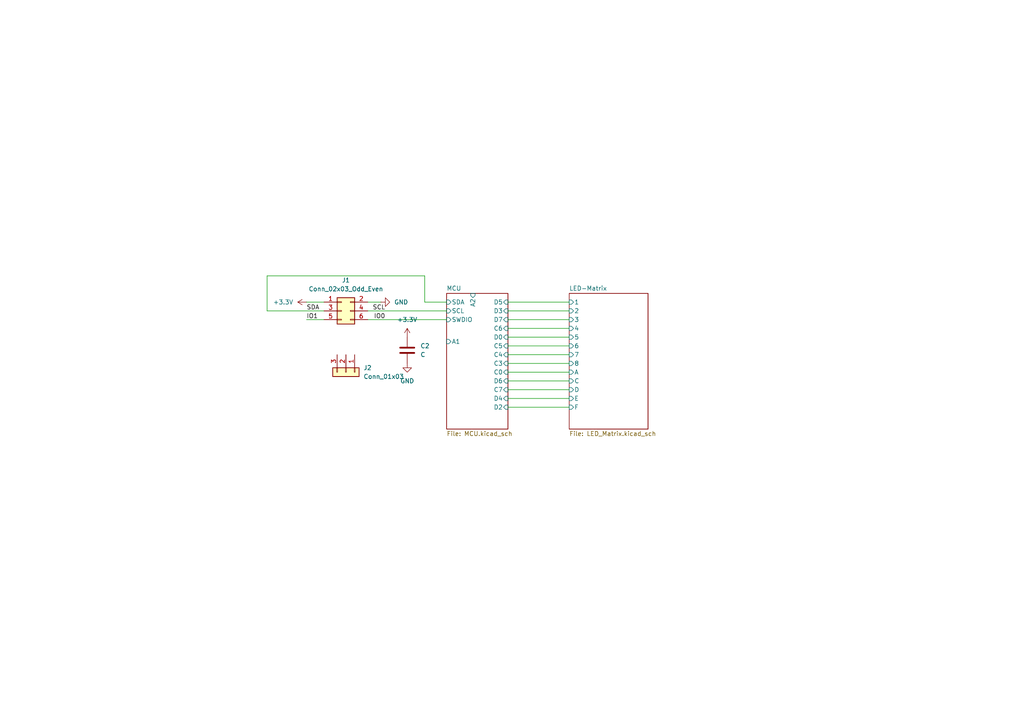
<source format=kicad_sch>
(kicad_sch (version 20231120) (generator "eeschema") (generator_version "8.0")
  (paper "A4")
  (lib_symbols
    (symbol "Connector_Generic:Conn_01x03" (pin_names (offset 1.016) hide)
      (property "Reference" "J" (at 0 5.08 0))
      (property "Value" "Conn_01x03" (at 0 -5.08 0))
      (symbol "Conn_01x03_1_1"
        (rectangle (start -1.27 -2.413) (end 0 -2.667) (stroke (width 0.1524)))
        (rectangle (start -1.27 0.127) (end 0 -0.127) (stroke (width 0.1524)))
        (rectangle (start -1.27 2.667) (end 0 2.413) (stroke (width 0.1524)))
        (rectangle (start -1.27 3.81) (end 1.27 -3.81) (stroke (width 0.254)) (fill (type background)))
        (pin passive line (at -5.08 2.54 0) (length 3.81) (name "Pin_1") (number "1"))
        (pin passive line (at -5.08 0 0) (length 3.81) (name "Pin_2") (number "2"))
        (pin passive line (at -5.08 -2.54 0) (length 3.81) (name "Pin_3") (number "3"))
      )
    )
    (symbol "Connector_Generic:Conn_02x03_Odd_Even" (pin_names (offset 1.016) hide)
      (property "Reference" "J" (at 1.27 5.08 0))
      (property "Value" "Conn_02x03_Odd_Even" (at 1.27 -5.08 0))
      (symbol "Conn_02x03_Odd_Even_1_1"
        (rectangle (start -1.27 -2.413) (end 0 -2.667) (stroke (width 0.1524)))
        (rectangle (start -1.27 0.127) (end 0 -0.127) (stroke (width 0.1524)))
        (rectangle (start -1.27 2.667) (end 0 2.413) (stroke (width 0.1524)))
        (rectangle (start -1.27 3.81) (end 3.81 -3.81) (stroke (width 0.254)) (fill (type background)))
        (rectangle (start 3.81 -2.413) (end 2.54 -2.667) (stroke (width 0.1524)))
        (rectangle (start 3.81 0.127) (end 2.54 -0.127) (stroke (width 0.1524)))
        (rectangle (start 3.81 2.667) (end 2.54 2.413) (stroke (width 0.1524)))
        (pin passive line (at -5.08 2.54 0) (length 3.81) (name "Pin_1") (number "1"))
        (pin passive line (at 7.62 2.54 180) (length 3.81) (name "Pin_2") (number "2"))
        (pin passive line (at -5.08 0 0) (length 3.81) (name "Pin_3") (number "3"))
        (pin passive line (at 7.62 0 180) (length 3.81) (name "Pin_4") (number "4"))
        (pin passive line (at -5.08 -2.54 0) (length 3.81) (name "Pin_5") (number "5"))
        (pin passive line (at 7.62 -2.54 180) (length 3.81) (name "Pin_6") (number "6"))
      )
    )
    (symbol "Device:C" (pin_numbers hide) (pin_names (offset 0.254))
      (property "Reference" "C" (at 0.635 2.54 0))
      (property "Value" "C" (at 0.635 -2.54 0))
      (symbol "C_0_1"
        (polyline (pts (xy -2.032 -0.762) (xy 2.032 -0.762)) (stroke (width 0.508)))
        (polyline (pts (xy -2.032 0.762) (xy 2.032 0.762)) (stroke (width 0.508)))
      )
      (symbol "C_1_1"
        (pin passive line (at 0 3.81 270) (length 2.794) (name "~") (number "1"))
        (pin passive line (at 0 -3.81 90) (length 2.794) (name "~") (number "2"))
      )
    )
    (symbol "power:+3.3V" (power) (pin_numbers hide) (pin_names (offset 0) hide)
      (property "Value" "+3.3V" (at 0 3.556 0))
      (symbol "+3.3V_0_1"
        (polyline (pts (xy -0.762 1.27) (xy 0 2.54)))
        (polyline (pts (xy 0 0) (xy 0 2.54)))
        (polyline (pts (xy 0 2.54) (xy 0.762 1.27)))
      )
      (symbol "+3.3V_1_1"
        (pin power_in line (at 0 0 90) (length 0) (name "~") (number "1"))
      )
    )
    (symbol "power:GND" (power) (pin_numbers hide) (pin_names (offset 0) hide)
      (property "Value" "GND" (at 0 -3.81 0))
      (symbol "GND_0_1"
        (polyline (pts (xy 0 0) (xy 0 -1.27) (xy 1.27 -1.27) (xy 0 -2.54) (xy -1.27 -1.27) (xy 0 -1.27)))
      )
      (symbol "GND_1_1"
        (pin power_in line (at 0 0 270) (length 0) (name "~") (number "1"))
      )
    )
  )
  (wire (pts (xy 147.32 102.87) (xy 165.1 102.87)))
  (wire (pts (xy 123.19 87.63) (xy 123.19 80.01)))
  (wire (pts (xy 123.19 80.01) (xy 77.47 80.01)))
  (wire (pts (xy 147.32 87.63) (xy 165.1 87.63)))
  (wire (pts (xy 147.32 97.79) (xy 165.1 97.79)))
  (wire (pts (xy 77.47 80.01) (xy 77.47 90.17)))
  (wire (pts (xy 147.32 113.03) (xy 165.1 113.03)))
  (wire (pts (xy 106.68 90.17) (xy 129.54 90.17)))
  (wire (pts (xy 147.32 107.95) (xy 165.1 107.95)))
  (wire (pts (xy 106.68 92.71) (xy 129.54 92.71)))
  (wire (pts (xy 147.32 90.17) (xy 165.1 90.17)))
  (wire (pts (xy 147.32 100.33) (xy 165.1 100.33)))
  (wire (pts (xy 88.9 87.63) (xy 93.98 87.63)))
  (wire (pts (xy 147.32 115.57) (xy 165.1 115.57)))
  (wire (pts (xy 106.68 87.63) (xy 110.49 87.63)))
  (wire (pts (xy 147.32 110.49) (xy 165.1 110.49)))
  (wire (pts (xy 147.32 92.71) (xy 165.1 92.71)))
  (wire (pts (xy 123.19 87.63) (xy 129.54 87.63)))
  (wire (pts (xy 88.9 92.71) (xy 93.98 92.71)))
  (wire (pts (xy 147.32 118.11) (xy 165.1 118.11)))
  (wire (pts (xy 77.47 90.17) (xy 93.98 90.17)))
  (wire (pts (xy 147.32 105.41) (xy 165.1 105.41)))
  (wire (pts (xy 147.32 95.25) (xy 165.1 95.25)))
  (label "SCL" (at 111.76 90.17 180))
  (label "IO1" (at 88.9 92.71 0))
  (label "IO0" (at 111.76 92.71 180))
  (label "SDA" (at 88.9 90.17 0))
  (symbol (lib_id "power:GND") (at 110.49 87.63 90) (unit 1)
    (property "Reference" "#PWR05" (effects (hide yes)))
    (property "Value" "GND" (at 114.3 87.6299 90) (effects (justify right)))
    (property "Description" "Power symbol creates a global label with name \"GND\" , ground" (effects (hide yes)))
  )
  (symbol (lib_id "power:+3.3V") (at 118.11 97.79 0) (unit 1)
    (property "Reference" "#PWR07" (effects (hide yes)))
    (property "Value" "+3.3V" (at 118.11 92.71 0))
    (property "Description" "Power symbol creates a global label with name \"+3.3V\"" (effects (hide yes)))
  )
  (symbol (lib_id "power:GND") (at 118.11 105.41 0) (unit 1)
    (property "Reference" "#PWR06" (effects (hide yes)))
    (property "Value" "GND" (at 118.11 110.49 0))
    (property "Description" "Power symbol creates a global label with name \"GND\" , ground" (effects (hide yes)))
  )
  (symbol (lib_id "Connector_Generic:Conn_01x03") (at 100.33 107.95 270) (unit 1)
    (property "Reference" "J2" (at 105.41 106.6799 90) (effects (justify left)))
    (property "Value" "Conn_01x03" (at 105.41 109.2199 90) (effects (justify left)))
    (property "Footprint" "Connector_PinHeader_1.27mm:PinHeader_1x03_P1.27mm_Vertical" (effects (hide yes)))
    (property "Description" "Generic connector, single row, 01x03, script generated (kicad-library-utils/schlib/autogen/connector/)" (effects (hide yes)))
  )
  (symbol (lib_id "Connector_Generic:Conn_02x03_Odd_Even") (at 99.06 90.17 0) (unit 1)
    (property "Reference" "J1" (at 100.33 81.28 0))
    (property "Value" "Conn_02x03_Odd_Even" (at 100.33 83.82 0))
    (property "Footprint" "Connector_IDC:IDC-Header_2x03_P2.54mm_Vertical" (effects (hide yes)))
    (property "Description" "Generic connector, double row, 02x03, odd/even pin numbering scheme (row 1 odd numbers, row 2 even numbers), script generated (kicad-library-utils/schlib/autogen/connector/)" (effects (hide yes)))
  )
  (symbol (lib_id "Device:C") (at 118.11 101.6 180) (unit 1)
    (property "Reference" "C2" (at 121.92 100.3299 0) (effects (justify right)))
    (property "Value" "C" (at 121.92 102.8699 0) (effects (justify right)))
    (property "Footprint" "dipolMods:C_0402_min" (effects (hide yes)))
    (property "Description" "Unpolarized capacitor" (effects (hide yes)))
  )
  (symbol (lib_id "power:+3.3V") (at 88.9 87.63 90) (unit 1)
    (property "Reference" "#PWR04" (effects (hide yes)))
    (property "Value" "+3.3V" (at 85.09 87.6299 90) (effects (justify left)))
    (property "Description" "Power symbol creates a global label with name \"+3.3V\"" (effects (hide yes)))
  )
  (sheet (at 129.54 85.09) (size 17.78 39.37) (stroke (width 0.1524))
    (property "Sheetname" "MCU" (at 129.54 84.3784 0) (effects (justify left bottom)))
    (property "Sheetfile" "MCU.kicad_sch" (at 129.54 125.0446 0) (effects (justify left top)))
    (pin "C3" input (at 147.32 105.41 0))
    (pin "SDA" input (at 129.54 87.63 180))
    (pin "SCL" input (at 129.54 90.17 180))
    (pin "C0" input (at 147.32 107.95 0))
    (pin "SWDIO" input (at 129.54 92.71 180))
    (pin "D0" input (at 147.32 97.79 0))
    (pin "D2" input (at 147.32 118.11 0))
    (pin "D3" input (at 147.32 90.17 0))
    (pin "D6" input (at 147.32 110.49 0))
    (pin "D7" input (at 147.32 92.71 0))
    (pin "A1" input (at 129.54 99.06 180))
    (pin "A2" input (at 137.16 85.09 90))
    (pin "C4" input (at 147.32 102.87 0))
    (pin "C5" input (at 147.32 100.33 0))
    (pin "C6" input (at 147.32 95.25 0))
    (pin "C7" input (at 147.32 113.03 0))
    (pin "D4" input (at 147.32 115.57 0))
    (pin "D5" input (at 147.32 87.63 0))
  )
  (sheet (at 165.1 85.09) (size 22.86 39.37) (stroke (width 0.1524))
    (property "Sheetname" "LED-Matrix" (at 165.1 84.3784 0) (effects (justify left bottom)))
    (property "Sheetfile" "LED_Matrix.kicad_sch" (at 165.1 125.0446 0) (effects (justify left top)))
    (pin "D" input (at 165.1 113.03 180))
    (pin "C" input (at 165.1 110.49 180))
    (pin "E" input (at 165.1 115.57 180))
    (pin "F" input (at 165.1 118.11 180))
    (pin "A" input (at 165.1 107.95 180))
    (pin "8" input (at 165.1 105.41 180))
    (pin "5" input (at 165.1 97.79 180))
    (pin "6" input (at 165.1 100.33 180))
    (pin "7" input (at 165.1 102.87 180))
    (pin "1" input (at 165.1 87.63 180))
    (pin "2" input (at 165.1 90.17 180))
    (pin "3" input (at 165.1 92.71 180))
    (pin "4" input (at 165.1 95.25 180))
  )
)
</source>
